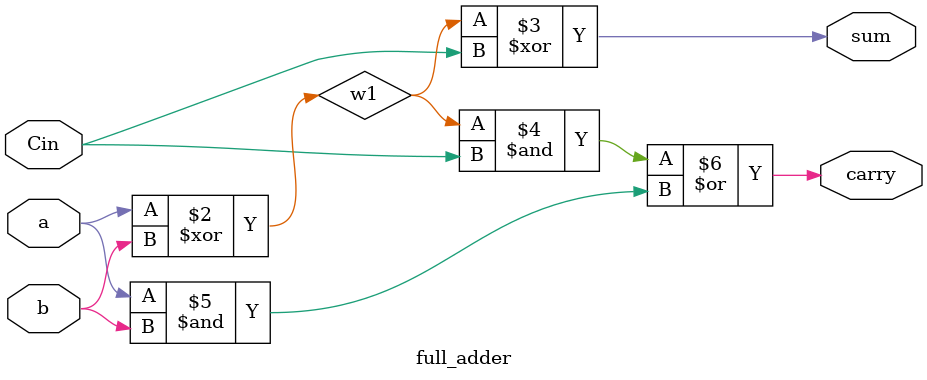
<source format=v>
module full_adder (a,b,Cin,sum,carry);
input a,b,Cin;
output reg sum,carry;
reg w1;

always@(*) begin

   w1=a^b;
   sum=w1^Cin;
   carry=((w1 & Cin) | (a & b));

end
endmodule

</source>
